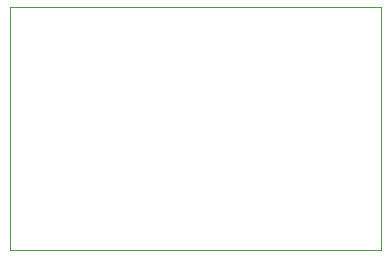
<source format=gbr>
%TF.GenerationSoftware,KiCad,Pcbnew,(6.0.0)*%
%TF.CreationDate,2022-03-02T17:10:44+00:00*%
%TF.ProjectId,Window sensor V5,57696e64-6f77-4207-9365-6e736f722056,rev?*%
%TF.SameCoordinates,Original*%
%TF.FileFunction,Profile,NP*%
%FSLAX46Y46*%
G04 Gerber Fmt 4.6, Leading zero omitted, Abs format (unit mm)*
G04 Created by KiCad (PCBNEW (6.0.0)) date 2022-03-02 17:10:44*
%MOMM*%
%LPD*%
G01*
G04 APERTURE LIST*
%TA.AperFunction,Profile*%
%ADD10C,0.100000*%
%TD*%
G04 APERTURE END LIST*
D10*
X115798600Y-67894200D02*
X147243800Y-67894200D01*
X115798600Y-88493600D02*
X115798600Y-67894200D01*
X147243800Y-88493600D02*
X115798600Y-88493600D01*
X147243800Y-67894200D02*
X147243800Y-88493600D01*
M02*

</source>
